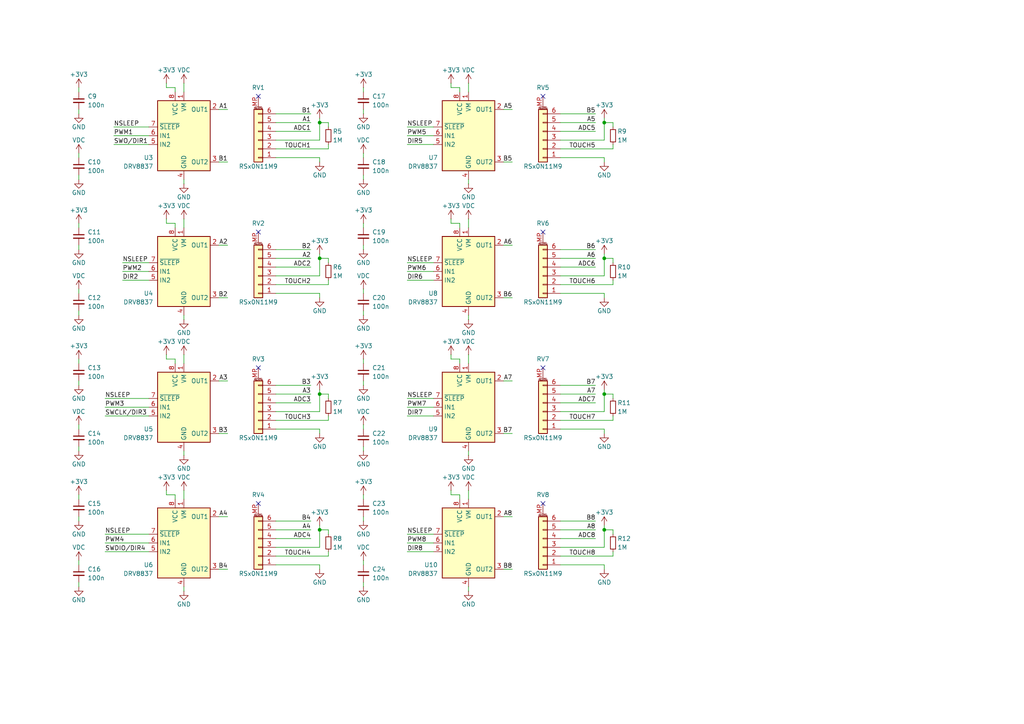
<source format=kicad_sch>
(kicad_sch (version 20231120) (generator "eeschema") (generator_version "8.0")
  (paper "A4")
  (lib_symbols
    (symbol "Connector_Generic_MountingPin:Conn_01x06_MountingPin" (pin_names (offset 1.016) hide)
      (property "Reference" "J" (at 0 7.62 0))
      (property "Value" "Conn_01x06_MountingPin" (at 1.27 -10.16 0))
      (symbol "Conn_01x06_MountingPin_1_1"
        (rectangle (start -1.27 -7.493) (end 0 -7.747) (stroke (width 0.1524)))
        (rectangle (start -1.27 -4.953) (end 0 -5.207) (stroke (width 0.1524)))
        (rectangle (start -1.27 -2.413) (end 0 -2.667) (stroke (width 0.1524)))
        (rectangle (start -1.27 0.127) (end 0 -0.127) (stroke (width 0.1524)))
        (rectangle (start -1.27 2.667) (end 0 2.413) (stroke (width 0.1524)))
        (rectangle (start -1.27 5.207) (end 0 4.953) (stroke (width 0.1524)))
        (rectangle (start -1.27 6.35) (end 1.27 -8.89) (stroke (width 0.254)) (fill (type background)))
        (polyline (pts (xy -1.016 -9.652) (xy 1.016 -9.652)) (stroke (width 0.1524)))
        (text "Mounting" (at 0 -9.271 0) (effects (font (size 0.381 0.381))))
        (pin passive line (at -5.08 5.08 0) (length 3.81) (name "Pin_1") (number "1"))
        (pin passive line (at -5.08 2.54 0) (length 3.81) (name "Pin_2") (number "2"))
        (pin passive line (at -5.08 0 0) (length 3.81) (name "Pin_3") (number "3"))
        (pin passive line (at -5.08 -2.54 0) (length 3.81) (name "Pin_4") (number "4"))
        (pin passive line (at -5.08 -5.08 0) (length 3.81) (name "Pin_5") (number "5"))
        (pin passive line (at -5.08 -7.62 0) (length 3.81) (name "Pin_6") (number "6"))
        (pin passive line (at 0 -12.7 90) (length 3.048) (name "MountPin") (number "MP"))
      )
    )
    (symbol "Device:C_Small" (pin_numbers hide) (pin_names (offset 0.254) hide)
      (property "Reference" "C" (at 0.254 1.778 0))
      (property "Value" "C_Small" (at 0.254 -2.032 0))
      (symbol "C_Small_0_1"
        (polyline (pts (xy -1.524 -0.508) (xy 1.524 -0.508)) (stroke (width 0.3302)))
        (polyline (pts (xy -1.524 0.508) (xy 1.524 0.508)) (stroke (width 0.3048)))
      )
      (symbol "C_Small_1_1"
        (pin passive line (at 0 2.54 270) (length 2.032) (name "~") (number "1"))
        (pin passive line (at 0 -2.54 90) (length 2.032) (name "~") (number "2"))
      )
    )
    (symbol "Device:R_Small" (pin_numbers hide) (pin_names (offset 0.254) hide)
      (property "Reference" "R" (at 0.762 0.508 0))
      (property "Value" "R_Small" (at 0.762 -1.016 0))
      (symbol "R_Small_0_1"
        (rectangle (start -0.762 1.778) (end 0.762 -1.778) (stroke (width 0.2032)))
      )
      (symbol "R_Small_1_1"
        (pin passive line (at 0 2.54 270) (length 0.762) (name "~") (number "1"))
        (pin passive line (at 0 -2.54 90) (length 0.762) (name "~") (number "2"))
      )
    )
    (symbol "Driver_Motor:DRV8837"
      (property "Reference" "U" (at 6.35 11.43 0))
      (property "Value" "DRV8837" (at -10.16 11.43 0))
      (symbol "DRV8837_0_1"
        (rectangle (start -7.62 10.16) (end 7.62 -10.16) (stroke (width 0.254)) (fill (type background)))
      )
      (symbol "DRV8837_1_1"
        (pin power_in line (at 0 12.7 270) (length 2.54) (name "VM") (number "1"))
        (pin output line (at 10.16 7.62 180) (length 2.54) (name "OUT1") (number "2"))
        (pin output line (at 10.16 -7.62 180) (length 2.54) (name "OUT2") (number "3"))
        (pin power_in line (at 0 -12.7 90) (length 2.54) (name "GND") (number "4"))
        (pin input line (at -10.16 -2.54 0) (length 2.54) (name "IN2") (number "5"))
        (pin input line (at -10.16 0 0) (length 2.54) (name "IN1") (number "6"))
        (pin input line (at -10.16 2.54 0) (length 2.54) (name "~{SLEEP}") (number "7"))
        (pin power_in line (at -2.54 12.7 270) (length 2.54) (name "VCC") (number "8"))
        (pin passive line (at 0 -12.7 90) (length 2.54) hide (name "GND") (number "9"))
      )
    )
    (symbol "power:+3V3" (power) (pin_numbers hide) (pin_names (offset 0) hide)
      (property "Value" "+3V3" (at 0 3.556 0))
      (symbol "+3V3_0_1"
        (polyline (pts (xy -0.762 1.27) (xy 0 2.54)))
        (polyline (pts (xy 0 0) (xy 0 2.54)))
        (polyline (pts (xy 0 2.54) (xy 0.762 1.27)))
      )
      (symbol "+3V3_1_1"
        (pin power_in line (at 0 0 90) (length 0) (name "~") (number "1"))
      )
    )
    (symbol "power:GND" (power) (pin_numbers hide) (pin_names (offset 0) hide)
      (property "Value" "GND" (at 0 -3.81 0))
      (symbol "GND_0_1"
        (polyline (pts (xy 0 0) (xy 0 -1.27) (xy 1.27 -1.27) (xy 0 -2.54) (xy -1.27 -1.27) (xy 0 -1.27)))
      )
      (symbol "GND_1_1"
        (pin power_in line (at 0 0 270) (length 0) (name "~") (number "1"))
      )
    )
    (symbol "power:VDC" (power) (pin_numbers hide) (pin_names (offset 0) hide)
      (property "Value" "VDC" (at 0 3.556 0))
      (symbol "VDC_0_1"
        (polyline (pts (xy -0.762 1.27) (xy 0 2.54)))
        (polyline (pts (xy 0 0) (xy 0 2.54)))
        (polyline (pts (xy 0 2.54) (xy 0.762 1.27)))
      )
      (symbol "VDC_1_1"
        (pin power_in line (at 0 0 90) (length 0) (name "~") (number "1"))
      )
    )
  )
  (junction (at 92.71 114.3))
  (junction (at 175.26 153.67))
  (junction (at 92.71 35.56))
  (junction (at 175.26 35.56))
  (junction (at 175.26 114.3))
  (junction (at 92.71 74.93))
  (junction (at 175.26 74.93))
  (junction (at 92.71 153.67))
  (no_connect (at 157.48 146.05))
  (no_connect (at 74.93 106.68))
  (no_connect (at 74.93 67.31))
  (no_connect (at 157.48 27.94))
  (no_connect (at 74.93 27.94))
  (no_connect (at 157.48 106.68))
  (no_connect (at 74.93 146.05))
  (no_connect (at 157.48 67.31))
  (wire (pts (xy 130.81 64.77) (xy 130.81 63.5)))
  (wire (pts (xy 22.86 31.75) (xy 22.86 33.02)))
  (wire (pts (xy 92.71 74.93) (xy 95.25 74.93)))
  (wire (pts (xy 105.41 123.19) (xy 105.41 124.46)))
  (wire (pts (xy 162.56 77.47) (xy 172.72 77.47)))
  (wire (pts (xy 63.5 71.12) (xy 66.04 71.12)))
  (wire (pts (xy 175.26 153.67) (xy 177.8 153.67)))
  (wire (pts (xy 175.26 113.03) (xy 175.26 114.3)))
  (wire (pts (xy 92.71 40.64) (xy 92.71 35.56)))
  (wire (pts (xy 177.8 153.67) (xy 177.8 154.94)))
  (wire (pts (xy 53.34 142.24) (xy 53.34 144.78)))
  (wire (pts (xy 146.05 46.99) (xy 148.59 46.99)))
  (wire (pts (xy 135.89 91.44) (xy 135.89 92.71)))
  (wire (pts (xy 146.05 125.73) (xy 148.59 125.73)))
  (wire (pts (xy 175.26 85.09) (xy 175.26 86.36)))
  (wire (pts (xy 95.25 74.93) (xy 95.25 76.2)))
  (wire (pts (xy 22.86 123.19) (xy 22.86 124.46)))
  (wire (pts (xy 80.01 111.76) (xy 90.17 111.76)))
  (wire (pts (xy 175.26 163.83) (xy 175.26 165.1)))
  (wire (pts (xy 92.71 34.29) (xy 92.71 35.56)))
  (wire (pts (xy 50.8 143.51) (xy 48.26 143.51)))
  (wire (pts (xy 63.5 86.36) (xy 66.04 86.36)))
  (wire (pts (xy 162.56 111.76) (xy 172.72 111.76)))
  (wire (pts (xy 48.26 104.14) (xy 48.26 102.87)))
  (wire (pts (xy 135.89 102.87) (xy 135.89 105.41)))
  (wire (pts (xy 177.8 114.3) (xy 177.8 115.57)))
  (wire (pts (xy 177.8 120.65) (xy 177.8 121.92)))
  (wire (pts (xy 175.26 124.46) (xy 175.26 125.73)))
  (wire (pts (xy 162.56 153.67) (xy 172.72 153.67)))
  (wire (pts (xy 22.86 83.82) (xy 22.86 85.09)))
  (wire (pts (xy 162.56 119.38) (xy 175.26 119.38)))
  (wire (pts (xy 80.01 82.55) (xy 95.25 82.55)))
  (wire (pts (xy 177.8 41.91) (xy 177.8 43.18)))
  (wire (pts (xy 133.35 26.67) (xy 133.35 25.4)))
  (wire (pts (xy 175.26 114.3) (xy 177.8 114.3)))
  (wire (pts (xy 92.71 80.01) (xy 92.71 74.93)))
  (wire (pts (xy 175.26 45.72) (xy 175.26 46.99)))
  (wire (pts (xy 146.05 149.86) (xy 148.59 149.86)))
  (wire (pts (xy 118.11 120.65) (xy 125.73 120.65)))
  (wire (pts (xy 95.25 160.02) (xy 95.25 161.29)))
  (wire (pts (xy 63.5 165.1) (xy 66.04 165.1)))
  (wire (pts (xy 80.01 116.84) (xy 90.17 116.84)))
  (wire (pts (xy 135.89 63.5) (xy 135.89 66.04)))
  (wire (pts (xy 175.26 158.75) (xy 175.26 153.67)))
  (wire (pts (xy 118.11 160.02) (xy 125.73 160.02)))
  (wire (pts (xy 53.34 52.07) (xy 53.34 53.34)))
  (wire (pts (xy 118.11 39.37) (xy 125.73 39.37)))
  (wire (pts (xy 92.71 114.3) (xy 95.25 114.3)))
  (wire (pts (xy 130.81 104.14) (xy 130.81 102.87)))
  (wire (pts (xy 162.56 158.75) (xy 175.26 158.75)))
  (wire (pts (xy 105.41 64.77) (xy 105.41 66.04)))
  (wire (pts (xy 30.48 157.48) (xy 43.18 157.48)))
  (wire (pts (xy 63.5 149.86) (xy 66.04 149.86)))
  (wire (pts (xy 175.26 80.01) (xy 175.26 74.93)))
  (wire (pts (xy 80.01 72.39) (xy 90.17 72.39)))
  (wire (pts (xy 92.71 35.56) (xy 95.25 35.56)))
  (wire (pts (xy 118.11 76.2) (xy 125.73 76.2)))
  (wire (pts (xy 80.01 163.83) (xy 92.71 163.83)))
  (wire (pts (xy 33.02 36.83) (xy 43.18 36.83)))
  (wire (pts (xy 146.05 31.75) (xy 148.59 31.75)))
  (wire (pts (xy 48.26 25.4) (xy 48.26 24.13)))
  (wire (pts (xy 92.71 153.67) (xy 95.25 153.67)))
  (wire (pts (xy 146.05 71.12) (xy 148.59 71.12)))
  (wire (pts (xy 35.56 76.2) (xy 43.18 76.2)))
  (wire (pts (xy 48.26 143.51) (xy 48.26 142.24)))
  (wire (pts (xy 92.71 45.72) (xy 92.71 46.99)))
  (wire (pts (xy 146.05 110.49) (xy 148.59 110.49)))
  (wire (pts (xy 177.8 160.02) (xy 177.8 161.29)))
  (wire (pts (xy 105.41 104.14) (xy 105.41 105.41)))
  (wire (pts (xy 162.56 156.21) (xy 172.72 156.21)))
  (wire (pts (xy 30.48 115.57) (xy 43.18 115.57)))
  (wire (pts (xy 80.01 74.93) (xy 90.17 74.93)))
  (wire (pts (xy 118.11 36.83) (xy 125.73 36.83)))
  (wire (pts (xy 175.26 152.4) (xy 175.26 153.67)))
  (wire (pts (xy 80.01 77.47) (xy 90.17 77.47)))
  (wire (pts (xy 162.56 124.46) (xy 175.26 124.46)))
  (wire (pts (xy 162.56 72.39) (xy 172.72 72.39)))
  (wire (pts (xy 105.41 50.8) (xy 105.41 52.07)))
  (wire (pts (xy 92.71 124.46) (xy 92.71 125.73)))
  (wire (pts (xy 30.48 120.65) (xy 43.18 120.65)))
  (wire (pts (xy 92.71 163.83) (xy 92.71 165.1)))
  (wire (pts (xy 146.05 165.1) (xy 148.59 165.1)))
  (wire (pts (xy 30.48 118.11) (xy 43.18 118.11)))
  (wire (pts (xy 175.26 35.56) (xy 177.8 35.56)))
  (wire (pts (xy 133.35 64.77) (xy 130.81 64.77)))
  (wire (pts (xy 162.56 80.01) (xy 175.26 80.01)))
  (wire (pts (xy 105.41 83.82) (xy 105.41 85.09)))
  (wire (pts (xy 63.5 125.73) (xy 66.04 125.73)))
  (wire (pts (xy 22.86 168.91) (xy 22.86 170.18)))
  (wire (pts (xy 80.01 161.29) (xy 95.25 161.29)))
  (wire (pts (xy 133.35 144.78) (xy 133.35 143.51)))
  (wire (pts (xy 92.71 85.09) (xy 92.71 86.36)))
  (wire (pts (xy 53.34 24.13) (xy 53.34 26.67)))
  (wire (pts (xy 175.26 34.29) (xy 175.26 35.56)))
  (wire (pts (xy 146.05 86.36) (xy 148.59 86.36)))
  (wire (pts (xy 22.86 64.77) (xy 22.86 66.04)))
  (wire (pts (xy 105.41 162.56) (xy 105.41 163.83)))
  (wire (pts (xy 175.26 74.93) (xy 177.8 74.93)))
  (wire (pts (xy 135.89 142.24) (xy 135.89 144.78)))
  (wire (pts (xy 177.8 81.28) (xy 177.8 82.55)))
  (wire (pts (xy 80.01 33.02) (xy 90.17 33.02)))
  (wire (pts (xy 53.34 170.18) (xy 53.34 171.45)))
  (wire (pts (xy 33.02 41.91) (xy 43.18 41.91)))
  (wire (pts (xy 48.26 64.77) (xy 48.26 63.5)))
  (wire (pts (xy 53.34 130.81) (xy 53.34 132.08)))
  (wire (pts (xy 135.89 24.13) (xy 135.89 26.67)))
  (wire (pts (xy 95.25 81.28) (xy 95.25 82.55)))
  (wire (pts (xy 162.56 35.56) (xy 172.72 35.56)))
  (wire (pts (xy 133.35 105.41) (xy 133.35 104.14)))
  (wire (pts (xy 133.35 143.51) (xy 130.81 143.51)))
  (wire (pts (xy 135.89 130.81) (xy 135.89 132.08)))
  (wire (pts (xy 30.48 154.94) (xy 43.18 154.94)))
  (wire (pts (xy 135.89 170.18) (xy 135.89 171.45)))
  (wire (pts (xy 177.8 74.93) (xy 177.8 76.2)))
  (wire (pts (xy 50.8 64.77) (xy 48.26 64.77)))
  (wire (pts (xy 22.86 110.49) (xy 22.86 111.76)))
  (wire (pts (xy 130.81 25.4) (xy 130.81 24.13)))
  (wire (pts (xy 80.01 35.56) (xy 90.17 35.56)))
  (wire (pts (xy 162.56 85.09) (xy 175.26 85.09)))
  (wire (pts (xy 33.02 39.37) (xy 43.18 39.37)))
  (wire (pts (xy 80.01 119.38) (xy 92.71 119.38)))
  (wire (pts (xy 175.26 73.66) (xy 175.26 74.93)))
  (wire (pts (xy 105.41 44.45) (xy 105.41 45.72)))
  (wire (pts (xy 50.8 25.4) (xy 48.26 25.4)))
  (wire (pts (xy 92.71 113.03) (xy 92.71 114.3)))
  (wire (pts (xy 80.01 156.21) (xy 90.17 156.21)))
  (wire (pts (xy 105.41 143.51) (xy 105.41 144.78)))
  (wire (pts (xy 80.01 38.1) (xy 90.17 38.1)))
  (wire (pts (xy 162.56 33.02) (xy 172.72 33.02)))
  (wire (pts (xy 35.56 78.74) (xy 43.18 78.74)))
  (wire (pts (xy 80.01 151.13) (xy 90.17 151.13)))
  (wire (pts (xy 53.34 63.5) (xy 53.34 66.04)))
  (wire (pts (xy 50.8 104.14) (xy 48.26 104.14)))
  (wire (pts (xy 162.56 163.83) (xy 175.26 163.83)))
  (wire (pts (xy 95.25 35.56) (xy 95.25 36.83)))
  (wire (pts (xy 162.56 161.29) (xy 177.8 161.29)))
  (wire (pts (xy 118.11 154.94) (xy 125.73 154.94)))
  (wire (pts (xy 80.01 43.18) (xy 95.25 43.18)))
  (wire (pts (xy 162.56 40.64) (xy 175.26 40.64)))
  (wire (pts (xy 105.41 168.91) (xy 105.41 170.18)))
  (wire (pts (xy 22.86 90.17) (xy 22.86 91.44)))
  (wire (pts (xy 118.11 118.11) (xy 125.73 118.11)))
  (wire (pts (xy 22.86 162.56) (xy 22.86 163.83)))
  (wire (pts (xy 175.26 119.38) (xy 175.26 114.3)))
  (wire (pts (xy 63.5 110.49) (xy 66.04 110.49)))
  (wire (pts (xy 22.86 104.14) (xy 22.86 105.41)))
  (wire (pts (xy 118.11 81.28) (xy 125.73 81.28)))
  (wire (pts (xy 50.8 66.04) (xy 50.8 64.77)))
  (wire (pts (xy 162.56 151.13) (xy 172.72 151.13)))
  (wire (pts (xy 22.86 44.45) (xy 22.86 45.72)))
  (wire (pts (xy 53.34 91.44) (xy 53.34 92.71)))
  (wire (pts (xy 130.81 143.51) (xy 130.81 142.24)))
  (wire (pts (xy 63.5 46.99) (xy 66.04 46.99)))
  (wire (pts (xy 50.8 144.78) (xy 50.8 143.51)))
  (wire (pts (xy 22.86 143.51) (xy 22.86 144.78)))
  (wire (pts (xy 30.48 160.02) (xy 43.18 160.02)))
  (wire (pts (xy 80.01 153.67) (xy 90.17 153.67)))
  (wire (pts (xy 95.25 120.65) (xy 95.25 121.92)))
  (wire (pts (xy 22.86 25.4) (xy 22.86 26.67)))
  (wire (pts (xy 105.41 149.86) (xy 105.41 151.13)))
  (wire (pts (xy 92.71 119.38) (xy 92.71 114.3)))
  (wire (pts (xy 80.01 124.46) (xy 92.71 124.46)))
  (wire (pts (xy 22.86 71.12) (xy 22.86 72.39)))
  (wire (pts (xy 105.41 90.17) (xy 105.41 91.44)))
  (wire (pts (xy 22.86 50.8) (xy 22.86 52.07)))
  (wire (pts (xy 80.01 85.09) (xy 92.71 85.09)))
  (wire (pts (xy 175.26 40.64) (xy 175.26 35.56)))
  (wire (pts (xy 162.56 114.3) (xy 172.72 114.3)))
  (wire (pts (xy 162.56 43.18) (xy 177.8 43.18)))
  (wire (pts (xy 92.71 152.4) (xy 92.71 153.67)))
  (wire (pts (xy 95.25 153.67) (xy 95.25 154.94)))
  (wire (pts (xy 95.25 114.3) (xy 95.25 115.57)))
  (wire (pts (xy 133.35 66.04) (xy 133.35 64.77)))
  (wire (pts (xy 105.41 25.4) (xy 105.41 26.67)))
  (wire (pts (xy 135.89 52.07) (xy 135.89 53.34)))
  (wire (pts (xy 92.71 73.66) (xy 92.71 74.93)))
  (wire (pts (xy 80.01 158.75) (xy 92.71 158.75)))
  (wire (pts (xy 162.56 121.92) (xy 177.8 121.92)))
  (wire (pts (xy 105.41 31.75) (xy 105.41 33.02)))
  (wire (pts (xy 53.34 102.87) (xy 53.34 105.41)))
  (wire (pts (xy 80.01 121.92) (xy 95.25 121.92)))
  (wire (pts (xy 162.56 74.93) (xy 172.72 74.93)))
  (wire (pts (xy 80.01 80.01) (xy 92.71 80.01)))
  (wire (pts (xy 22.86 149.86) (xy 22.86 151.13)))
  (wire (pts (xy 105.41 129.54) (xy 105.41 130.81)))
  (wire (pts (xy 80.01 45.72) (xy 92.71 45.72)))
  (wire (pts (xy 177.8 35.56) (xy 177.8 36.83)))
  (wire (pts (xy 162.56 45.72) (xy 175.26 45.72)))
  (wire (pts (xy 118.11 157.48) (xy 125.73 157.48)))
  (wire (pts (xy 162.56 38.1) (xy 172.72 38.1)))
  (wire (pts (xy 95.25 41.91) (xy 95.25 43.18)))
  (wire (pts (xy 50.8 26.67) (xy 50.8 25.4)))
  (wire (pts (xy 118.11 78.74) (xy 125.73 78.74)))
  (wire (pts (xy 162.56 82.55) (xy 177.8 82.55)))
  (wire (pts (xy 118.11 41.91) (xy 125.73 41.91)))
  (wire (pts (xy 92.71 158.75) (xy 92.71 153.67)))
  (wire (pts (xy 35.56 81.28) (xy 43.18 81.28)))
  (wire (pts (xy 63.5 31.75) (xy 66.04 31.75)))
  (wire (pts (xy 105.41 71.12) (xy 105.41 72.39)))
  (wire (pts (xy 80.01 114.3) (xy 90.17 114.3)))
  (wire (pts (xy 162.56 116.84) (xy 172.72 116.84)))
  (wire (pts (xy 118.11 115.57) (xy 125.73 115.57)))
  (wire (pts (xy 105.41 110.49) (xy 105.41 111.76)))
  (wire (pts (xy 133.35 25.4) (xy 130.81 25.4)))
  (wire (pts (xy 50.8 105.41) (xy 50.8 104.14)))
  (wire (pts (xy 133.35 104.14) (xy 130.81 104.14)))
  (wire (pts (xy 80.01 40.64) (xy 92.71 40.64)))
  (wire (pts (xy 22.86 129.54) (xy 22.86 130.81)))
  (label "A8" (at 172.72 153.67 180))
  (label "SWCLK{slash}DIR3" (at 30.48 120.65 0))
  (label "TOUCH2" (at 90.17 82.55 180))
  (label "PWM5" (at 118.11 39.37 0))
  (label "ADC8" (at 172.72 156.21 180))
  (label "NSLEEP" (at 118.11 154.94 0))
  (label "B3" (at 66.04 125.73 180))
  (label "B8" (at 172.72 151.13 180))
  (label "A3" (at 66.04 110.49 180))
  (label "A2" (at 66.04 71.12 180))
  (label "B7" (at 148.59 125.73 180))
  (label "ADC4" (at 90.17 156.21 180))
  (label "A6" (at 172.72 74.93 180))
  (label "A5" (at 172.72 35.56 180))
  (label "NSLEEP" (at 33.02 36.83 0))
  (label "A1" (at 90.17 35.56 180))
  (label "B2" (at 66.04 86.36 180))
  (label "B5" (at 148.59 46.99 180))
  (label "DIR7" (at 118.11 120.65 0))
  (label "TOUCH6" (at 172.72 82.55 180))
  (label "PWM4" (at 30.48 157.48 0))
  (label "ADC1" (at 90.17 38.1 180))
  (label "TOUCH4" (at 90.17 161.29 180))
  (label "A2" (at 90.17 74.93 180))
  (label "NSLEEP" (at 35.56 76.2 0))
  (label "B7" (at 172.72 111.76 180))
  (label "ADC5" (at 172.72 38.1 180))
  (label "A7" (at 148.59 110.49 180))
  (label "PWM8" (at 118.11 157.48 0))
  (label "TOUCH7" (at 172.72 121.92 180))
  (label "SWO{slash}DIR1" (at 33.02 41.91 0))
  (label "B8" (at 148.59 165.1 180))
  (label "B6" (at 172.72 72.39 180))
  (label "B1" (at 66.04 46.99 180))
  (label "NSLEEP" (at 30.48 154.94 0))
  (label "NSLEEP" (at 118.11 76.2 0))
  (label "A1" (at 66.04 31.75 180))
  (label "B4" (at 90.17 151.13 180))
  (label "B2" (at 90.17 72.39 180))
  (label "B3" (at 90.17 111.76 180))
  (label "TOUCH3" (at 90.17 121.92 180))
  (label "NSLEEP" (at 118.11 36.83 0))
  (label "PWM2" (at 35.56 78.74 0))
  (label "A7" (at 172.72 114.3 180))
  (label "NSLEEP" (at 118.11 115.57 0))
  (label "ADC7" (at 172.72 116.84 180))
  (label "TOUCH1" (at 90.17 43.18 180))
  (label "DIR2" (at 35.56 81.28 0))
  (label "TOUCH5" (at 172.72 43.18 180))
  (label "A3" (at 90.17 114.3 180))
  (label "SWDIO{slash}DIR4" (at 30.48 160.02 0))
  (label "ADC3" (at 90.17 116.84 180))
  (label "NSLEEP" (at 30.48 115.57 0))
  (label "B1" (at 90.17 33.02 180))
  (label "B5" (at 172.72 33.02 180))
  (label "B6" (at 148.59 86.36 180))
  (label "A5" (at 148.59 31.75 180))
  (label "A6" (at 148.59 71.12 180))
  (label "TOUCH8" (at 172.72 161.29 180))
  (label "PWM3" (at 30.48 118.11 0))
  (label "A4" (at 90.17 153.67 180))
  (label "PWM7" (at 118.11 118.11 0))
  (label "PWM6" (at 118.11 78.74 0))
  (label "B4" (at 66.04 165.1 180))
  (label "ADC6" (at 172.72 77.47 180))
  (label "DIR6" (at 118.11 81.28 0))
  (label "ADC2" (at 90.17 77.47 180))
  (label "PWM1" (at 33.02 39.37 0))
  (label "A8" (at 148.59 149.86 180))
  (label "DIR5" (at 118.11 41.91 0))
  (label "A4" (at 66.04 149.86 180))
  (label "DIR8" (at 118.11 160.02 0))
  (symbol (lib_id "power:+3V3") (at 130.81 24.13 0) (unit 1)
    (property "Reference" "#PWR073" (effects (hide yes)))
    (property "Value" "+3V3" (at 130.81 20.32 0))
    (property "Description" "Power symbol creates a global label with name \"+3V3\"" (effects (hide yes)))
  )
  (symbol (lib_id "power:GND") (at 105.41 170.18 0) (unit 1)
    (property "Reference" "#PWR072" (effects (hide yes)))
    (property "Value" "GND" (at 105.41 173.99 0))
    (property "Description" "Power symbol creates a global label with name \"GND\" , ground" (effects (hide yes)))
  )
  (symbol (lib_id "power:GND") (at 92.71 46.99 0) (unit 1)
    (property "Reference" "#PWR050" (effects (hide yes)))
    (property "Value" "GND" (at 92.71 50.8 0))
    (property "Description" "Power symbol creates a global label with name \"GND\" , ground" (effects (hide yes)))
  )
  (symbol (lib_id "power:VDC") (at 135.89 142.24 0) (unit 1)
    (property "Reference" "#PWR083" (effects (hide yes)))
    (property "Value" "VDC" (at 135.89 138.43 0))
    (property "Description" "Power symbol creates a global label with name \"VDC\"" (effects (hide yes)))
  )
  (symbol (lib_id "Device:C_Small") (at 22.86 29.21 0) (unit 1)
    (property "Reference" "C9" (at 25.4 27.94 0) (effects (justify left)))
    (property "Value" "100n" (at 25.4 30.48 0) (effects (justify left)))
    (property "Footprint" "Capacitor_SMD:C_0402_1005Metric" (effects (hide yes)))
  )
  (symbol (lib_id "Driver_Motor:DRV8837") (at 135.89 39.37 0) (unit 1)
    (property "Reference" "U7" (at 127 45.72 0) (effects (justify right)))
    (property "Value" "DRV8837" (at 127 48.26 0) (effects (justify right)))
    (property "Footprint" "Package_SON:WSON-8-1EP_2x2mm_P0.5mm_EP0.9x1.6mm_ThermalVias" (effects (hide yes)))
    (property "Datasheet" "http://www.ti.com/lit/ds/symlink/drv8837.pdf" (effects (hide yes)))
  )
  (symbol (lib_id "Connector_Generic_MountingPin:Conn_01x06_MountingPin") (at 74.93 119.38 180) (unit 1)
    (property "Reference" "RV3" (at 74.93 104.14 0))
    (property "Value" "RSx0N11M9" (at 74.93 127 0))
    (property "Footprint" "faderboard:Fader_Alps_RSA0N11M9A0J" (effects (hide yes)))
    (property "Description" "Generic connectable mounting pin connector, single row, 01x06, script generated (kicad-library-utils/schlib/autogen/connector/)" (effects (hide yes)))
  )
  (symbol (lib_id "power:+3V3") (at 175.26 34.29 0) (unit 1)
    (property "Reference" "#PWR085" (effects (hide yes)))
    (property "Value" "+3V3" (at 175.26 30.48 0))
    (property "Description" "Power symbol creates a global label with name \"+3V3\"" (effects (hide yes)))
  )
  (symbol (lib_id "Device:R_Small") (at 177.8 39.37 0) (unit 1)
    (property "Reference" "R9" (at 179.07 38.1 0) (effects (justify left)))
    (property "Value" "1M" (at 179.07 40.64 0) (effects (justify left)))
    (property "Footprint" "Resistor_SMD:R_0402_1005Metric" (effects (hide yes)))
  )
  (symbol (lib_id "power:+3V3") (at 22.86 64.77 0) (unit 1)
    (property "Reference" "#PWR025" (effects (hide yes)))
    (property "Value" "+3V3" (at 22.86 60.96 0))
    (property "Description" "Power symbol creates a global label with name \"+3V3\"" (effects (hide yes)))
  )
  (symbol (lib_id "power:VDC") (at 105.41 44.45 0) (unit 1)
    (property "Reference" "#PWR059" (effects (hide yes)))
    (property "Value" "VDC" (at 105.41 40.64 0))
    (property "Description" "Power symbol creates a global label with name \"VDC\"" (effects (hide yes)))
  )
  (symbol (lib_id "Connector_Generic_MountingPin:Conn_01x06_MountingPin") (at 74.93 158.75 180) (unit 1)
    (property "Reference" "RV4" (at 74.93 143.51 0))
    (property "Value" "RSx0N11M9" (at 74.93 166.37 0))
    (property "Footprint" "faderboard:Fader_Alps_RSA0N11M9A0J" (effects (hide yes)))
    (property "Description" "Generic connectable mounting pin connector, single row, 01x06, script generated (kicad-library-utils/schlib/autogen/connector/)" (effects (hide yes)))
  )
  (symbol (lib_id "power:VDC") (at 105.41 162.56 0) (unit 1)
    (property "Reference" "#PWR071" (effects (hide yes)))
    (property "Value" "VDC" (at 105.41 158.75 0))
    (property "Description" "Power symbol creates a global label with name \"VDC\"" (effects (hide yes)))
  )
  (symbol (lib_id "Device:C_Small") (at 105.41 29.21 0) (unit 1)
    (property "Reference" "C17" (at 107.95 27.94 0) (effects (justify left)))
    (property "Value" "100n" (at 107.95 30.48 0) (effects (justify left)))
    (property "Footprint" "Capacitor_SMD:C_0402_1005Metric" (effects (hide yes)))
  )
  (symbol (lib_id "power:GND") (at 53.34 171.45 0) (unit 1)
    (property "Reference" "#PWR048" (effects (hide yes)))
    (property "Value" "GND" (at 53.34 175.26 0))
    (property "Description" "Power symbol creates a global label with name \"GND\" , ground" (effects (hide yes)))
  )
  (symbol (lib_id "power:+3V3") (at 175.26 113.03 0) (unit 1)
    (property "Reference" "#PWR089" (effects (hide yes)))
    (property "Value" "+3V3" (at 175.26 109.22 0))
    (property "Description" "Power symbol creates a global label with name \"+3V3\"" (effects (hide yes)))
  )
  (symbol (lib_id "power:+3V3") (at 22.86 25.4 0) (unit 1)
    (property "Reference" "#PWR015" (effects (hide yes)))
    (property "Value" "+3V3" (at 22.86 21.59 0))
    (property "Description" "Power symbol creates a global label with name \"+3V3\"" (effects (hide yes)))
  )
  (symbol (lib_id "power:VDC") (at 22.86 44.45 0) (unit 1)
    (property "Reference" "#PWR023" (effects (hide yes)))
    (property "Value" "VDC" (at 22.86 40.64 0))
    (property "Description" "Power symbol creates a global label with name \"VDC\"" (effects (hide yes)))
  )
  (symbol (lib_id "power:+3V3") (at 105.41 64.77 0) (unit 1)
    (property "Reference" "#PWR061" (effects (hide yes)))
    (property "Value" "+3V3" (at 105.41 60.96 0))
    (property "Description" "Power symbol creates a global label with name \"+3V3\"" (effects (hide yes)))
  )
  (symbol (lib_id "Driver_Motor:DRV8837") (at 135.89 78.74 0) (unit 1)
    (property "Reference" "U8" (at 127 85.09 0) (effects (justify right)))
    (property "Value" "DRV8837" (at 127 87.63 0) (effects (justify right)))
    (property "Footprint" "Package_SON:WSON-8-1EP_2x2mm_P0.5mm_EP0.9x1.6mm_ThermalVias" (effects (hide yes)))
    (property "Datasheet" "http://www.ti.com/lit/ds/symlink/drv8837.pdf" (effects (hide yes)))
  )
  (symbol (lib_id "Device:C_Small") (at 105.41 166.37 0) (unit 1)
    (property "Reference" "C24" (at 107.95 165.1 0) (effects (justify left)))
    (property "Value" "100n" (at 107.95 167.64 0) (effects (justify left)))
    (property "Footprint" "Capacitor_SMD:C_0402_1005Metric" (effects (hide yes)))
  )
  (symbol (lib_id "Device:R_Small") (at 177.8 118.11 0) (unit 1)
    (property "Reference" "R11" (at 179.07 116.84 0) (effects (justify left)))
    (property "Value" "1M" (at 179.07 119.38 0) (effects (justify left)))
    (property "Footprint" "Resistor_SMD:R_0402_1005Metric" (effects (hide yes)))
  )
  (symbol (lib_id "power:GND") (at 105.41 111.76 0) (unit 1)
    (property "Reference" "#PWR066" (effects (hide yes)))
    (property "Value" "GND" (at 105.41 115.57 0))
    (property "Description" "Power symbol creates a global label with name \"GND\" , ground" (effects (hide yes)))
  )
  (symbol (lib_id "power:+3V3") (at 92.71 152.4 0) (unit 1)
    (property "Reference" "#PWR055" (effects (hide yes)))
    (property "Value" "+3V3" (at 92.71 148.59 0))
    (property "Description" "Power symbol creates a global label with name \"+3V3\"" (effects (hide yes)))
  )
  (symbol (lib_id "power:GND") (at 53.34 53.34 0) (unit 1)
    (property "Reference" "#PWR042" (effects (hide yes)))
    (property "Value" "GND" (at 53.34 57.15 0))
    (property "Description" "Power symbol creates a global label with name \"GND\" , ground" (effects (hide yes)))
  )
  (symbol (lib_id "Driver_Motor:DRV8837") (at 53.34 118.11 0) (unit 1)
    (property "Reference" "U5" (at 44.45 124.46 0) (effects (justify right)))
    (property "Value" "DRV8837" (at 44.45 127 0) (effects (justify right)))
    (property "Footprint" "Package_SON:WSON-8-1EP_2x2mm_P0.5mm_EP0.9x1.6mm_ThermalVias" (effects (hide yes)))
    (property "Datasheet" "http://www.ti.com/lit/ds/symlink/drv8837.pdf" (effects (hide yes)))
  )
  (symbol (lib_id "Connector_Generic_MountingPin:Conn_01x06_MountingPin") (at 74.93 40.64 180) (unit 1)
    (property "Reference" "RV1" (at 74.93 25.4 0))
    (property "Value" "RSx0N11M9" (at 74.93 48.26 0))
    (property "Footprint" "faderboard:Fader_Alps_RSA0N11M9A0J" (effects (hide yes)))
    (property "Description" "Generic connectable mounting pin connector, single row, 01x06, script generated (kicad-library-utils/schlib/autogen/connector/)" (effects (hide yes)))
  )
  (symbol (lib_id "Device:C_Small") (at 105.41 107.95 0) (unit 1)
    (property "Reference" "C21" (at 107.95 106.68 0) (effects (justify left)))
    (property "Value" "100n" (at 107.95 109.22 0) (effects (justify left)))
    (property "Footprint" "Capacitor_SMD:C_0402_1005Metric" (effects (hide yes)))
  )
  (symbol (lib_id "power:VDC") (at 22.86 123.19 0) (unit 1)
    (property "Reference" "#PWR031" (effects (hide yes)))
    (property "Value" "VDC" (at 22.86 119.38 0))
    (property "Description" "Power symbol creates a global label with name \"VDC\"" (effects (hide yes)))
  )
  (symbol (lib_id "power:+3V3") (at 105.41 143.51 0) (unit 1)
    (property "Reference" "#PWR069" (effects (hide yes)))
    (property "Value" "+3V3" (at 105.41 139.7 0))
    (property "Description" "Power symbol creates a global label with name \"+3V3\"" (effects (hide yes)))
  )
  (symbol (lib_id "power:+3V3") (at 92.71 34.29 0) (unit 1)
    (property "Reference" "#PWR049" (effects (hide yes)))
    (property "Value" "+3V3" (at 92.71 30.48 0))
    (property "Description" "Power symbol creates a global label with name \"+3V3\"" (effects (hide yes)))
  )
  (symbol (lib_id "power:GND") (at 105.41 151.13 0) (unit 1)
    (property "Reference" "#PWR070" (effects (hide yes)))
    (property "Value" "GND" (at 105.41 154.94 0))
    (property "Description" "Power symbol creates a global label with name \"GND\" , ground" (effects (hide yes)))
  )
  (symbol (lib_id "power:+3V3") (at 130.81 63.5 0) (unit 1)
    (property "Reference" "#PWR074" (effects (hide yes)))
    (property "Value" "+3V3" (at 130.81 59.69 0))
    (property "Description" "Power symbol creates a global label with name \"+3V3\"" (effects (hide yes)))
  )
  (symbol (lib_id "Device:C_Small") (at 22.86 87.63 0) (unit 1)
    (property "Reference" "C12" (at 25.4 86.36 0) (effects (justify left)))
    (property "Value" "100n" (at 25.4 88.9 0) (effects (justify left)))
    (property "Footprint" "Capacitor_SMD:C_0402_1005Metric" (effects (hide yes)))
  )
  (symbol (lib_id "power:GND") (at 53.34 92.71 0) (unit 1)
    (property "Reference" "#PWR044" (effects (hide yes)))
    (property "Value" "GND" (at 53.34 96.52 0))
    (property "Description" "Power symbol creates a global label with name \"GND\" , ground" (effects (hide yes)))
  )
  (symbol (lib_id "power:GND") (at 105.41 91.44 0) (unit 1)
    (property "Reference" "#PWR064" (effects (hide yes)))
    (property "Value" "GND" (at 105.41 95.25 0))
    (property "Description" "Power symbol creates a global label with name \"GND\" , ground" (effects (hide yes)))
  )
  (symbol (lib_id "Device:R_Small") (at 177.8 78.74 0) (unit 1)
    (property "Reference" "R10" (at 179.07 77.47 0) (effects (justify left)))
    (property "Value" "1M" (at 179.07 80.01 0) (effects (justify left)))
    (property "Footprint" "Resistor_SMD:R_0402_1005Metric" (effects (hide yes)))
  )
  (symbol (lib_id "power:GND") (at 22.86 91.44 0) (unit 1)
    (property "Reference" "#PWR028" (effects (hide yes)))
    (property "Value" "GND" (at 22.86 95.25 0))
    (property "Description" "Power symbol creates a global label with name \"GND\" , ground" (effects (hide yes)))
  )
  (symbol (lib_id "power:GND") (at 53.34 132.08 0) (unit 1)
    (property "Reference" "#PWR046" (effects (hide yes)))
    (property "Value" "GND" (at 53.34 135.89 0))
    (property "Description" "Power symbol creates a global label with name \"GND\" , ground" (effects (hide yes)))
  )
  (symbol (lib_id "power:GND") (at 92.71 86.36 0) (unit 1)
    (property "Reference" "#PWR052" (effects (hide yes)))
    (property "Value" "GND" (at 92.71 90.17 0))
    (property "Description" "Power symbol creates a global label with name \"GND\" , ground" (effects (hide yes)))
  )
  (symbol (lib_id "power:+3V3") (at 105.41 104.14 0) (unit 1)
    (property "Reference" "#PWR065" (effects (hide yes)))
    (property "Value" "+3V3" (at 105.41 100.33 0))
    (property "Description" "Power symbol creates a global label with name \"+3V3\"" (effects (hide yes)))
  )
  (symbol (lib_id "power:+3V3") (at 175.26 152.4 0) (unit 1)
    (property "Reference" "#PWR091" (effects (hide yes)))
    (property "Value" "+3V3" (at 175.26 148.59 0))
    (property "Description" "Power symbol creates a global label with name \"+3V3\"" (effects (hide yes)))
  )
  (symbol (lib_id "Device:C_Small") (at 22.86 107.95 0) (unit 1)
    (property "Reference" "C13" (at 25.4 106.68 0) (effects (justify left)))
    (property "Value" "100n" (at 25.4 109.22 0) (effects (justify left)))
    (property "Footprint" "Capacitor_SMD:C_0402_1005Metric" (effects (hide yes)))
  )
  (symbol (lib_id "power:GND") (at 22.86 52.07 0) (unit 1)
    (property "Reference" "#PWR024" (effects (hide yes)))
    (property "Value" "GND" (at 22.86 55.88 0))
    (property "Description" "Power symbol creates a global label with name \"GND\" , ground" (effects (hide yes)))
  )
  (symbol (lib_id "power:GND") (at 105.41 33.02 0) (unit 1)
    (property "Reference" "#PWR058" (effects (hide yes)))
    (property "Value" "GND" (at 105.41 36.83 0))
    (property "Description" "Power symbol creates a global label with name \"GND\" , ground" (effects (hide yes)))
  )
  (symbol (lib_id "power:GND") (at 22.86 72.39 0) (unit 1)
    (property "Reference" "#PWR026" (effects (hide yes)))
    (property "Value" "GND" (at 22.86 76.2 0))
    (property "Description" "Power symbol creates a global label with name \"GND\" , ground" (effects (hide yes)))
  )
  (symbol (lib_id "power:GND") (at 22.86 151.13 0) (unit 1)
    (property "Reference" "#PWR034" (effects (hide yes)))
    (property "Value" "GND" (at 22.86 154.94 0))
    (property "Description" "Power symbol creates a global label with name \"GND\" , ground" (effects (hide yes)))
  )
  (symbol (lib_id "power:VDC") (at 135.89 24.13 0) (unit 1)
    (property "Reference" "#PWR077" (effects (hide yes)))
    (property "Value" "VDC" (at 135.89 20.32 0))
    (property "Description" "Power symbol creates a global label with name \"VDC\"" (effects (hide yes)))
  )
  (symbol (lib_id "power:VDC") (at 22.86 162.56 0) (unit 1)
    (property "Reference" "#PWR035" (effects (hide yes)))
    (property "Value" "VDC" (at 22.86 158.75 0))
    (property "Description" "Power symbol creates a global label with name \"VDC\"" (effects (hide yes)))
  )
  (symbol (lib_id "power:GND") (at 92.71 125.73 0) (unit 1)
    (property "Reference" "#PWR054" (effects (hide yes)))
    (property "Value" "GND" (at 92.71 129.54 0))
    (property "Description" "Power symbol creates a global label with name \"GND\" , ground" (effects (hide yes)))
  )
  (symbol (lib_id "power:+3V3") (at 48.26 24.13 0) (unit 1)
    (property "Reference" "#PWR037" (effects (hide yes)))
    (property "Value" "+3V3" (at 48.26 20.32 0))
    (property "Description" "Power symbol creates a global label with name \"+3V3\"" (effects (hide yes)))
  )
  (symbol (lib_id "power:VDC") (at 135.89 102.87 0) (unit 1)
    (property "Reference" "#PWR081" (effects (hide yes)))
    (property "Value" "VDC" (at 135.89 99.06 0))
    (property "Description" "Power symbol creates a global label with name \"VDC\"" (effects (hide yes)))
  )
  (symbol (lib_id "Device:C_Small") (at 22.86 48.26 0) (unit 1)
    (property "Reference" "C10" (at 25.4 46.99 0) (effects (justify left)))
    (property "Value" "100n" (at 25.4 49.53 0) (effects (justify left)))
    (property "Footprint" "Capacitor_SMD:C_0402_1005Metric" (effects (hide yes)))
  )
  (symbol (lib_id "Device:R_Small") (at 95.25 39.37 0) (unit 1)
    (property "Reference" "R5" (at 96.52 38.1 0) (effects (justify left)))
    (property "Value" "1M" (at 96.52 40.64 0) (effects (justify left)))
    (property "Footprint" "Resistor_SMD:R_0402_1005Metric" (effects (hide yes)))
  )
  (symbol (lib_id "power:+3V3") (at 22.86 143.51 0) (unit 1)
    (property "Reference" "#PWR033" (effects (hide yes)))
    (property "Value" "+3V3" (at 22.86 139.7 0))
    (property "Description" "Power symbol creates a global label with name \"+3V3\"" (effects (hide yes)))
  )
  (symbol (lib_id "Device:C_Small") (at 105.41 68.58 0) (unit 1)
    (property "Reference" "C19" (at 107.95 67.31 0) (effects (justify left)))
    (property "Value" "100n" (at 107.95 69.85 0) (effects (justify left)))
    (property "Footprint" "Capacitor_SMD:C_0402_1005Metric" (effects (hide yes)))
  )
  (symbol (lib_id "power:+3V3") (at 48.26 142.24 0) (unit 1)
    (property "Reference" "#PWR040" (effects (hide yes)))
    (property "Value" "+3V3" (at 48.26 138.43 0))
    (property "Description" "Power symbol creates a global label with name \"+3V3\"" (effects (hide yes)))
  )
  (symbol (lib_id "Device:R_Small") (at 95.25 157.48 0) (unit 1)
    (property "Reference" "R8" (at 96.52 156.21 0) (effects (justify left)))
    (property "Value" "1M" (at 96.52 158.75 0) (effects (justify left)))
    (property "Footprint" "Resistor_SMD:R_0402_1005Metric" (effects (hide yes)))
  )
  (symbol (lib_id "power:GND") (at 22.86 111.76 0) (unit 1)
    (property "Reference" "#PWR030" (effects (hide yes)))
    (property "Value" "GND" (at 22.86 115.57 0))
    (property "Description" "Power symbol creates a global label with name \"GND\" , ground" (effects (hide yes)))
  )
  (symbol (lib_id "Driver_Motor:DRV8837") (at 135.89 157.48 0) (unit 1)
    (property "Reference" "U10" (at 127 163.83 0) (effects (justify right)))
    (property "Value" "DRV8837" (at 127 166.37 0) (effects (justify right)))
    (property "Footprint" "Package_SON:WSON-8-1EP_2x2mm_P0.5mm_EP0.9x1.6mm_ThermalVias" (effects (hide yes)))
    (property "Datasheet" "http://www.ti.com/lit/ds/symlink/drv8837.pdf" (effects (hide yes)))
  )
  (symbol (lib_id "Device:R_Small") (at 177.8 157.48 0) (unit 1)
    (property "Reference" "R12" (at 179.07 156.21 0) (effects (justify left)))
    (property "Value" "1M" (at 179.07 158.75 0) (effects (justify left)))
    (property "Footprint" "Resistor_SMD:R_0402_1005Metric" (effects (hide yes)))
  )
  (symbol (lib_id "power:GND") (at 22.86 130.81 0) (unit 1)
    (property "Reference" "#PWR032" (effects (hide yes)))
    (property "Value" "GND" (at 22.86 134.62 0))
    (property "Description" "Power symbol creates a global label with name \"GND\" , ground" (effects (hide yes)))
  )
  (symbol (lib_id "Driver_Motor:DRV8837") (at 135.89 118.11 0) (unit 1)
    (property "Reference" "U9" (at 127 124.46 0) (effects (justify right)))
    (property "Value" "DRV8837" (at 127 127 0) (effects (justify right)))
    (property "Footprint" "Package_SON:WSON-8-1EP_2x2mm_P0.5mm_EP0.9x1.6mm_ThermalVias" (effects (hide yes)))
    (property "Datasheet" "http://www.ti.com/lit/ds/symlink/drv8837.pdf" (effects (hide yes)))
  )
  (symbol (lib_id "Device:C_Small") (at 105.41 87.63 0) (unit 1)
    (property "Reference" "C20" (at 107.95 86.36 0) (effects (justify left)))
    (property "Value" "100n" (at 107.95 88.9 0) (effects (justify left)))
    (property "Footprint" "Capacitor_SMD:C_0402_1005Metric" (effects (hide yes)))
  )
  (symbol (lib_id "power:VDC") (at 53.34 102.87 0) (unit 1)
    (property "Reference" "#PWR045" (effects (hide yes)))
    (property "Value" "VDC" (at 53.34 99.06 0))
    (property "Description" "Power symbol creates a global label with name \"VDC\"" (effects (hide yes)))
  )
  (symbol (lib_id "power:+3V3") (at 48.26 102.87 0) (unit 1)
    (property "Reference" "#PWR039" (effects (hide yes)))
    (property "Value" "+3V3" (at 48.26 99.06 0))
    (property "Description" "Power symbol creates a global label with name \"+3V3\"" (effects (hide yes)))
  )
  (symbol (lib_id "power:GND") (at 22.86 170.18 0) (unit 1)
    (property "Reference" "#PWR036" (effects (hide yes)))
    (property "Value" "GND" (at 22.86 173.99 0))
    (property "Description" "Power symbol creates a global label with name \"GND\" , ground" (effects (hide yes)))
  )
  (symbol (lib_id "power:GND") (at 175.26 86.36 0) (unit 1)
    (property "Reference" "#PWR088" (effects (hide yes)))
    (property "Value" "GND" (at 175.26 90.17 0))
    (property "Description" "Power symbol creates a global label with name \"GND\" , ground" (effects (hide yes)))
  )
  (symbol (lib_id "power:GND") (at 135.89 53.34 0) (unit 1)
    (property "Reference" "#PWR078" (effects (hide yes)))
    (property "Value" "GND" (at 135.89 57.15 0))
    (property "Description" "Power symbol creates a global label with name \"GND\" , ground" (effects (hide yes)))
  )
  (symbol (lib_id "Device:C_Small") (at 22.86 68.58 0) (unit 1)
    (property "Reference" "C11" (at 25.4 67.31 0) (effects (justify left)))
    (property "Value" "100n" (at 25.4 69.85 0) (effects (justify left)))
    (property "Footprint" "Capacitor_SMD:C_0402_1005Metric" (effects (hide yes)))
  )
  (symbol (lib_id "power:+3V3") (at 130.81 102.87 0) (unit 1)
    (property "Reference" "#PWR075" (effects (hide yes)))
    (property "Value" "+3V3" (at 130.81 99.06 0))
    (property "Description" "Power symbol creates a global label with name \"+3V3\"" (effects (hide yes)))
  )
  (symbol (lib_id "Device:C_Small") (at 105.41 48.26 0) (unit 1)
    (property "Reference" "C18" (at 107.95 46.99 0) (effects (justify left)))
    (property "Value" "100n" (at 107.95 49.53 0) (effects (justify left)))
    (property "Footprint" "Capacitor_SMD:C_0402_1005Metric" (effects (hide yes)))
  )
  (symbol (lib_id "power:VDC") (at 135.89 63.5 0) (unit 1)
    (property "Reference" "#PWR079" (effects (hide yes)))
    (property "Value" "VDC" (at 135.89 59.69 0))
    (property "Description" "Power symbol creates a global label with name \"VDC\"" (effects (hide yes)))
  )
  (symbol (lib_id "power:GND") (at 135.89 132.08 0) (unit 1)
    (property "Reference" "#PWR082" (effects (hide yes)))
    (property "Value" "GND" (at 135.89 135.89 0))
    (property "Description" "Power symbol creates a global label with name \"GND\" , ground" (effects (hide yes)))
  )
  (symbol (lib_id "Device:C_Small") (at 105.41 147.32 0) (unit 1)
    (property "Reference" "C23" (at 107.95 146.05 0) (effects (justify left)))
    (property "Value" "100n" (at 107.95 148.59 0) (effects (justify left)))
    (property "Footprint" "Capacitor_SMD:C_0402_1005Metric" (effects (hide yes)))
  )
  (symbol (lib_id "power:GND") (at 105.41 130.81 0) (unit 1)
    (property "Reference" "#PWR068" (effects (hide yes)))
    (property "Value" "GND" (at 105.41 134.62 0))
    (property "Description" "Power symbol creates a global label with name \"GND\" , ground" (effects (hide yes)))
  )
  (symbol (lib_id "Connector_Generic_MountingPin:Conn_01x06_MountingPin") (at 157.48 158.75 180) (unit 1)
    (property "Reference" "RV8" (at 157.48 143.51 0))
    (property "Value" "RSx0N11M9" (at 157.48 166.37 0))
    (property "Footprint" "faderboard:Fader_Alps_RSA0N11M9A0J" (effects (hide yes)))
    (property "Description" "Generic connectable mounting pin connector, single row, 01x06, script generated (kicad-library-utils/schlib/autogen/connector/)" (effects (hide yes)))
  )
  (symbol (lib_id "power:+3V3") (at 22.86 104.14 0) (unit 1)
    (property "Reference" "#PWR029" (effects (hide yes)))
    (property "Value" "+3V3" (at 22.86 100.33 0))
    (property "Description" "Power symbol creates a global label with name \"+3V3\"" (effects (hide yes)))
  )
  (symbol (lib_id "power:+3V3") (at 175.26 73.66 0) (unit 1)
    (property "Reference" "#PWR087" (effects (hide yes)))
    (property "Value" "+3V3" (at 175.26 69.85 0))
    (property "Description" "Power symbol creates a global label with name \"+3V3\"" (effects (hide yes)))
  )
  (symbol (lib_id "Connector_Generic_MountingPin:Conn_01x06_MountingPin") (at 157.48 80.01 180) (unit 1)
    (property "Reference" "RV6" (at 157.48 64.77 0))
    (property "Value" "RSx0N11M9" (at 157.48 87.63 0))
    (property "Footprint" "faderboard:Fader_Alps_RSA0N11M9A0J" (effects (hide yes)))
    (property "Description" "Generic connectable mounting pin connector, single row, 01x06, script generated (kicad-library-utils/schlib/autogen/connector/)" (effects (hide yes)))
  )
  (symbol (lib_id "Device:R_Small") (at 95.25 78.74 0) (unit 1)
    (property "Reference" "R6" (at 96.52 77.47 0) (effects (justify left)))
    (property "Value" "1M" (at 96.52 80.01 0) (effects (justify left)))
    (property "Footprint" "Resistor_SMD:R_0402_1005Metric" (effects (hide yes)))
  )
  (symbol (lib_id "Device:C_Small") (at 22.86 166.37 0) (unit 1)
    (property "Reference" "C16" (at 25.4 165.1 0) (effects (justify left)))
    (property "Value" "100n" (at 25.4 167.64 0) (effects (justify left)))
    (property "Footprint" "Capacitor_SMD:C_0402_1005Metric" (effects (hide yes)))
  )
  (symbol (lib_id "Device:C_Small") (at 22.86 147.32 0) (unit 1)
    (property "Reference" "C15" (at 25.4 146.05 0) (effects (justify left)))
    (property "Value" "100n" (at 25.4 148.59 0) (effects (justify left)))
    (property "Footprint" "Capacitor_SMD:C_0402_1005Metric" (effects (hide yes)))
  )
  (symbol (lib_id "power:GND") (at 92.71 165.1 0) (unit 1)
    (property "Reference" "#PWR056" (effects (hide yes)))
    (property "Value" "GND" (at 92.71 168.91 0))
    (property "Description" "Power symbol creates a global label with name \"GND\" , ground" (effects (hide yes)))
  )
  (symbol (lib_id "Device:C_Small") (at 22.86 127 0) (unit 1)
    (property "Reference" "C14" (at 25.4 125.73 0) (effects (justify left)))
    (property "Value" "100n" (at 25.4 128.27 0) (effects (justify left)))
    (property "Footprint" "Capacitor_SMD:C_0402_1005Metric" (effects (hide yes)))
  )
  (symbol (lib_id "power:GND") (at 175.26 165.1 0) (unit 1)
    (property "Reference" "#PWR092" (effects (hide yes)))
    (property "Value" "GND" (at 175.26 168.91 0))
    (property "Description" "Power symbol creates a global label with name \"GND\" , ground" (effects (hide yes)))
  )
  (symbol (lib_id "power:GND") (at 22.86 33.02 0) (unit 1)
    (property "Reference" "#PWR022" (effects (hide yes)))
    (property "Value" "GND" (at 22.86 36.83 0))
    (property "Description" "Power symbol creates a global label with name \"GND\" , ground" (effects (hide yes)))
  )
  (symbol (lib_id "power:GND") (at 105.41 72.39 0) (unit 1)
    (property "Reference" "#PWR062" (effects (hide yes)))
    (property "Value" "GND" (at 105.41 76.2 0))
    (property "Description" "Power symbol creates a global label with name \"GND\" , ground" (effects (hide yes)))
  )
  (symbol (lib_id "power:+3V3") (at 92.71 113.03 0) (unit 1)
    (property "Reference" "#PWR053" (effects (hide yes)))
    (property "Value" "+3V3" (at 92.71 109.22 0))
    (property "Description" "Power symbol creates a global label with name \"+3V3\"" (effects (hide yes)))
  )
  (symbol (lib_id "Device:C_Small") (at 105.41 127 0) (unit 1)
    (property "Reference" "C22" (at 107.95 125.73 0) (effects (justify left)))
    (property "Value" "100n" (at 107.95 128.27 0) (effects (justify left)))
    (property "Footprint" "Capacitor_SMD:C_0402_1005Metric" (effects (hide yes)))
  )
  (symbol (lib_id "Driver_Motor:DRV8837") (at 53.34 39.37 0) (unit 1)
    (property "Reference" "U3" (at 44.45 45.72 0) (effects (justify right)))
    (property "Value" "DRV8837" (at 44.45 48.26 0) (effects (justify right)))
    (property "Footprint" "Package_SON:WSON-8-1EP_2x2mm_P0.5mm_EP0.9x1.6mm_ThermalVias" (effects (hide yes)))
    (property "Datasheet" "http://www.ti.com/lit/ds/symlink/drv8837.pdf" (effects (hide yes)))
  )
  (symbol (lib_id "Driver_Motor:DRV8837") (at 53.34 78.74 0) (unit 1)
    (property "Reference" "U4" (at 44.45 85.09 0) (effects (justify right)))
    (property "Value" "DRV8837" (at 44.45 87.63 0) (effects (justify right)))
    (property "Footprint" "Package_SON:WSON-8-1EP_2x2mm_P0.5mm_EP0.9x1.6mm_ThermalVias" (effects (hide yes)))
    (property "Datasheet" "http://www.ti.com/lit/ds/symlink/drv8837.pdf" (effects (hide yes)))
  )
  (symbol (lib_id "power:VDC") (at 53.34 24.13 0) (unit 1)
    (property "Reference" "#PWR041" (effects (hide yes)))
    (property "Value" "VDC" (at 53.34 20.32 0))
    (property "Description" "Power symbol creates a global label with name \"VDC\"" (effects (hide yes)))
  )
  (symbol (lib_id "power:GND") (at 105.41 52.07 0) (unit 1)
    (property "Reference" "#PWR060" (effects (hide yes)))
    (property "Value" "GND" (at 105.41 55.88 0))
    (property "Description" "Power symbol creates a global label with name \"GND\" , ground" (effects (hide yes)))
  )
  (symbol (lib_id "power:VDC") (at 22.86 83.82 0) (unit 1)
    (property "Reference" "#PWR027" (effects (hide yes)))
    (property "Value" "VDC" (at 22.86 80.01 0))
    (property "Description" "Power symbol creates a global label with name \"VDC\"" (effects (hide yes)))
  )
  (symbol (lib_id "power:GND") (at 135.89 92.71 0) (unit 1)
    (property "Reference" "#PWR080" (effects (hide yes)))
    (property "Value" "GND" (at 135.89 96.52 0))
    (property "Description" "Power symbol creates a global label with name \"GND\" , ground" (effects (hide yes)))
  )
  (symbol (lib_id "power:VDC") (at 105.41 83.82 0) (unit 1)
    (property "Reference" "#PWR063" (effects (hide yes)))
    (property "Value" "VDC" (at 105.41 80.01 0))
    (property "Description" "Power symbol creates a global label with name \"VDC\"" (effects (hide yes)))
  )
  (symbol (lib_id "power:VDC") (at 53.34 142.24 0) (unit 1)
    (property "Reference" "#PWR047" (effects (hide yes)))
    (property "Value" "VDC" (at 53.34 138.43 0))
    (property "Description" "Power symbol creates a global label with name \"VDC\"" (effects (hide yes)))
  )
  (symbol (lib_id "power:+3V3") (at 92.71 73.66 0) (unit 1)
    (property "Reference" "#PWR051" (effects (hide yes)))
    (property "Value" "+3V3" (at 92.71 69.85 0))
    (property "Description" "Power symbol creates a global label with name \"+3V3\"" (effects (hide yes)))
  )
  (symbol (lib_id "power:+3V3") (at 105.41 25.4 0) (unit 1)
    (property "Reference" "#PWR057" (effects (hide yes)))
    (property "Value" "+3V3" (at 105.41 21.59 0))
    (property "Description" "Power symbol creates a global label with name \"+3V3\"" (effects (hide yes)))
  )
  (symbol (lib_id "power:VDC") (at 53.34 63.5 0) (unit 1)
    (property "Reference" "#PWR043" (effects (hide yes)))
    (property "Value" "VDC" (at 53.34 59.69 0))
    (property "Description" "Power symbol creates a global label with name \"VDC\"" (effects (hide yes)))
  )
  (symbol (lib_id "power:+3V3") (at 130.81 142.24 0) (unit 1)
    (property "Reference" "#PWR076" (effects (hide yes)))
    (property "Value" "+3V3" (at 130.81 138.43 0))
    (property "Description" "Power symbol creates a global label with name \"+3V3\"" (effects (hide yes)))
  )
  (symbol (lib_id "power:+3V3") (at 48.26 63.5 0) (unit 1)
    (property "Reference" "#PWR038" (effects (hide yes)))
    (property "Value" "+3V3" (at 48.26 59.69 0))
    (property "Description" "Power symbol creates a global label with name \"+3V3\"" (effects (hide yes)))
  )
  (symbol (lib_id "power:GND") (at 135.89 171.45 0) (unit 1)
    (property "Reference" "#PWR084" (effects (hide yes)))
    (property "Value" "GND" (at 135.89 175.26 0))
    (property "Description" "Power symbol creates a global label with name \"GND\" , ground" (effects (hide yes)))
  )
  (symbol (lib_id "Connector_Generic_MountingPin:Conn_01x06_MountingPin") (at 74.93 80.01 180) (unit 1)
    (property "Reference" "RV2" (at 74.93 64.77 0))
    (property "Value" "RSx0N11M9" (at 74.93 87.63 0))
    (property "Footprint" "faderboard:Fader_Alps_RSA0N11M9A0J" (effects (hide yes)))
    (property "Description" "Generic connectable mounting pin connector, single row, 01x06, script generated (kicad-library-utils/schlib/autogen/connector/)" (effects (hide yes)))
  )
  (symbol (lib_id "power:GND") (at 175.26 125.73 0) (unit 1)
    (property "Reference" "#PWR090" (effects (hide yes)))
    (property "Value" "GND" (at 175.26 129.54 0))
    (property "Description" "Power symbol creates a global label with name \"GND\" , ground" (effects (hide yes)))
  )
  (symbol (lib_id "Driver_Motor:DRV8837") (at 53.34 157.48 0) (unit 1)
    (property "Reference" "U6" (at 44.45 163.83 0) (effects (justify right)))
    (property "Value" "DRV8837" (at 44.45 166.37 0) (effects (justify right)))
    (property "Footprint" "Package_SON:WSON-8-1EP_2x2mm_P0.5mm_EP0.9x1.6mm_ThermalVias" (effects (hide yes)))
    (property "Datasheet" "http://www.ti.com/lit/ds/symlink/drv8837.pdf" (effects (hide yes)))
  )
  (symbol (lib_id "Connector_Generic_MountingPin:Conn_01x06_MountingPin") (at 157.48 119.38 180) (unit 1)
    (property "Reference" "RV7" (at 157.48 104.14 0))
    (property "Value" "RSx0N11M9" (at 157.48 127 0))
    (property "Footprint" "faderboard:Fader_Alps_RSA0N11M9A0J" (effects (hide yes)))
    (property "Description" "Generic connectable mounting pin connector, single row, 01x06, script generated (kicad-library-utils/schlib/autogen/connector/)" (effects (hide yes)))
  )
  (symbol (lib_id "power:GND") (at 175.26 46.99 0) (unit 1)
    (property "Reference" "#PWR086" (effects (hide yes)))
    (property "Value" "GND" (at 175.26 50.8 0))
    (property "Description" "Power symbol creates a global label with name \"GND\" , ground" (effects (hide yes)))
  )
  (symbol (lib_id "power:VDC") (at 105.41 123.19 0) (unit 1)
    (property "Reference" "#PWR067" (effects (hide yes)))
    (property "Value" "VDC" (at 105.41 119.38 0))
    (property "Description" "Power symbol creates a global label with name \"VDC\"" (effects (hide yes)))
  )
  (symbol (lib_id "Device:R_Small") (at 95.25 118.11 0) (unit 1)
    (property "Reference" "R7" (at 96.52 116.84 0) (effects (justify left)))
    (property "Value" "1M" (at 96.52 119.38 0) (effects (justify left)))
    (property "Footprint" "Resistor_SMD:R_0402_1005Metric" (effects (hide yes)))
  )
  (symbol (lib_id "Connector_Generic_MountingPin:Conn_01x06_MountingPin") (at 157.48 40.64 180) (unit 1)
    (property "Reference" "RV5" (at 157.48 25.4 0))
    (property "Value" "RSx0N11M9" (at 157.48 48.26 0))
    (property "Footprint" "faderboard:Fader_Alps_RSA0N11M9A0J" (effects (hide yes)))
    (property "Description" "Generic connectable mounting pin connector, single row, 01x06, script generated (kicad-library-utils/schlib/autogen/connector/)" (effects (hide yes)))
  )
)
</source>
